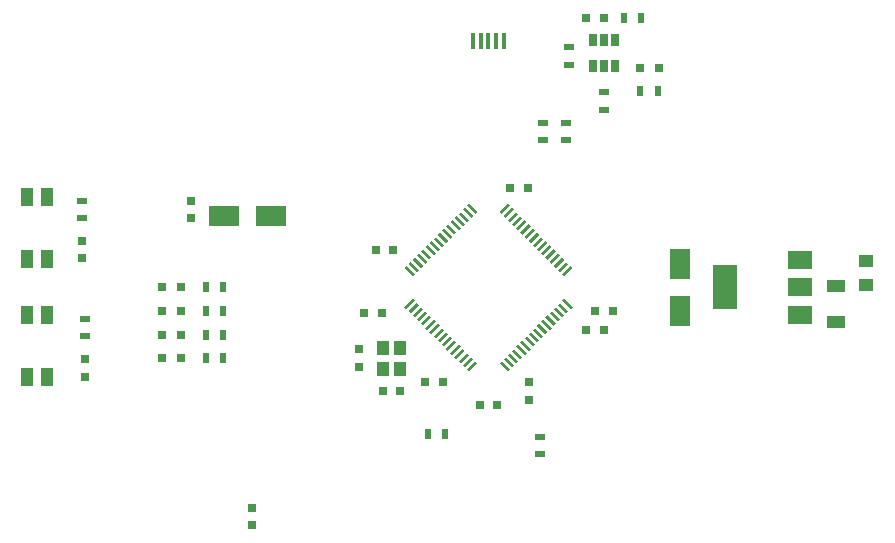
<source format=gtp>
G04 #@! TF.FileFunction,Paste,Top*
%FSLAX46Y46*%
G04 Gerber Fmt 4.6, Leading zero omitted, Abs format (unit mm)*
G04 Created by KiCad (PCBNEW 4.0.7) date Tue Jan 16 16:57:22 2018*
%MOMM*%
%LPD*%
G01*
G04 APERTURE LIST*
%ADD10C,0.100000*%
%ADD11R,1.250000X1.000000*%
%ADD12R,1.600000X1.000000*%
%ADD13R,0.800000X0.750000*%
%ADD14R,0.750000X0.800000*%
%ADD15R,0.800000X0.800000*%
%ADD16R,1.800000X2.500000*%
%ADD17R,2.500000X1.800000*%
%ADD18R,0.900000X0.500000*%
%ADD19R,0.400000X1.350000*%
%ADD20R,0.500000X0.900000*%
%ADD21R,1.000000X1.550000*%
%ADD22R,2.000000X3.800000*%
%ADD23R,2.000000X1.500000*%
%ADD24R,0.650000X1.060000*%
%ADD25R,1.000000X1.150000*%
G04 APERTURE END LIST*
D10*
D11*
X122000000Y-72800000D03*
X122000000Y-74800000D03*
D12*
X119400000Y-74900000D03*
X119400000Y-77900000D03*
D13*
X99750000Y-52200000D03*
X98250000Y-52200000D03*
D14*
X64800000Y-67650000D03*
X64800000Y-69150000D03*
X79000000Y-81750000D03*
X79000000Y-80250000D03*
D13*
X81050000Y-83800000D03*
X82550000Y-83800000D03*
D14*
X55600000Y-72550000D03*
X55600000Y-71050000D03*
X55800000Y-82550000D03*
X55800000Y-81050000D03*
D13*
X99750000Y-78600000D03*
X98250000Y-78600000D03*
X84650000Y-83000000D03*
X86150000Y-83000000D03*
X79450000Y-77200000D03*
X80950000Y-77200000D03*
X81950000Y-71800000D03*
X80450000Y-71800000D03*
X100550000Y-77000000D03*
X99050000Y-77000000D03*
X93350000Y-66600000D03*
X91850000Y-66600000D03*
D14*
X93400000Y-84550000D03*
X93400000Y-83050000D03*
D15*
X62400000Y-81000000D03*
X64000000Y-81000000D03*
X62400000Y-75000000D03*
X64000000Y-75000000D03*
X62400000Y-77000000D03*
X64000000Y-77000000D03*
X62400000Y-79000000D03*
X64000000Y-79000000D03*
D16*
X106200000Y-77000000D03*
X106200000Y-73000000D03*
D15*
X104400000Y-56400000D03*
X102800000Y-56400000D03*
D17*
X71600000Y-69000000D03*
X67600000Y-69000000D03*
D18*
X99800000Y-58450000D03*
X99800000Y-59950000D03*
D19*
X91300000Y-54150000D03*
X90650000Y-54150000D03*
X90000000Y-54150000D03*
X89350000Y-54150000D03*
X88700000Y-54150000D03*
D20*
X67550000Y-81000000D03*
X66050000Y-81000000D03*
X67550000Y-75000000D03*
X66050000Y-75000000D03*
X67550000Y-77000000D03*
X66050000Y-77000000D03*
X67550000Y-79000000D03*
X66050000Y-79000000D03*
D18*
X96600000Y-61050000D03*
X96600000Y-62550000D03*
X94600000Y-61050000D03*
X94600000Y-62550000D03*
D20*
X102950000Y-52200000D03*
X101450000Y-52200000D03*
D18*
X96800000Y-54650000D03*
X96800000Y-56150000D03*
D20*
X102850000Y-58400000D03*
X104350000Y-58400000D03*
X84850000Y-87400000D03*
X86350000Y-87400000D03*
D18*
X94400000Y-89150000D03*
X94400000Y-87650000D03*
X55600000Y-67650000D03*
X55600000Y-69150000D03*
X55800000Y-79150000D03*
X55800000Y-77650000D03*
D21*
X52650000Y-67375000D03*
X52650000Y-72625000D03*
X50950000Y-72625000D03*
X50950000Y-67375000D03*
X52650000Y-77375000D03*
X52650000Y-82625000D03*
X50950000Y-82625000D03*
X50950000Y-77375000D03*
D22*
X110050000Y-75000000D03*
D23*
X116350000Y-75000000D03*
X116350000Y-72700000D03*
X116350000Y-77300000D03*
D24*
X98850000Y-56300000D03*
X99800000Y-56300000D03*
X100750000Y-56300000D03*
X100750000Y-54100000D03*
X98850000Y-54100000D03*
X99800000Y-54100000D03*
D10*
G36*
X83052676Y-76820800D02*
X82875899Y-76644023D01*
X83583006Y-75936916D01*
X83759783Y-76113693D01*
X83052676Y-76820800D01*
X83052676Y-76820800D01*
G37*
G36*
X83406229Y-77174354D02*
X83229452Y-76997577D01*
X83936559Y-76290470D01*
X84113336Y-76467247D01*
X83406229Y-77174354D01*
X83406229Y-77174354D01*
G37*
G36*
X83759783Y-77527907D02*
X83583006Y-77351130D01*
X84290113Y-76644023D01*
X84466890Y-76820800D01*
X83759783Y-77527907D01*
X83759783Y-77527907D01*
G37*
G36*
X84113336Y-77881460D02*
X83936559Y-77704683D01*
X84643666Y-76997576D01*
X84820443Y-77174353D01*
X84113336Y-77881460D01*
X84113336Y-77881460D01*
G37*
G36*
X84466889Y-78235014D02*
X84290112Y-78058237D01*
X84997219Y-77351130D01*
X85173996Y-77527907D01*
X84466889Y-78235014D01*
X84466889Y-78235014D01*
G37*
G36*
X84820443Y-78588567D02*
X84643666Y-78411790D01*
X85350773Y-77704683D01*
X85527550Y-77881460D01*
X84820443Y-78588567D01*
X84820443Y-78588567D01*
G37*
G36*
X85173996Y-78942121D02*
X84997219Y-78765344D01*
X85704326Y-78058237D01*
X85881103Y-78235014D01*
X85173996Y-78942121D01*
X85173996Y-78942121D01*
G37*
G36*
X85527550Y-79295674D02*
X85350773Y-79118897D01*
X86057880Y-78411790D01*
X86234657Y-78588567D01*
X85527550Y-79295674D01*
X85527550Y-79295674D01*
G37*
G36*
X85881103Y-79649227D02*
X85704326Y-79472450D01*
X86411433Y-78765343D01*
X86588210Y-78942120D01*
X85881103Y-79649227D01*
X85881103Y-79649227D01*
G37*
G36*
X86234656Y-80002781D02*
X86057879Y-79826004D01*
X86764986Y-79118897D01*
X86941763Y-79295674D01*
X86234656Y-80002781D01*
X86234656Y-80002781D01*
G37*
G36*
X86588210Y-80356334D02*
X86411433Y-80179557D01*
X87118540Y-79472450D01*
X87295317Y-79649227D01*
X86588210Y-80356334D01*
X86588210Y-80356334D01*
G37*
G36*
X86941763Y-80709888D02*
X86764986Y-80533111D01*
X87472093Y-79826004D01*
X87648870Y-80002781D01*
X86941763Y-80709888D01*
X86941763Y-80709888D01*
G37*
G36*
X87295317Y-81063441D02*
X87118540Y-80886664D01*
X87825647Y-80179557D01*
X88002424Y-80356334D01*
X87295317Y-81063441D01*
X87295317Y-81063441D01*
G37*
G36*
X87648870Y-81416994D02*
X87472093Y-81240217D01*
X88179200Y-80533110D01*
X88355977Y-80709887D01*
X87648870Y-81416994D01*
X87648870Y-81416994D01*
G37*
G36*
X88002423Y-81770548D02*
X87825646Y-81593771D01*
X88532753Y-80886664D01*
X88709530Y-81063441D01*
X88002423Y-81770548D01*
X88002423Y-81770548D01*
G37*
G36*
X88355977Y-82124101D02*
X88179200Y-81947324D01*
X88886307Y-81240217D01*
X89063084Y-81416994D01*
X88355977Y-82124101D01*
X88355977Y-82124101D01*
G37*
G36*
X91820800Y-81947324D02*
X91644023Y-82124101D01*
X90936916Y-81416994D01*
X91113693Y-81240217D01*
X91820800Y-81947324D01*
X91820800Y-81947324D01*
G37*
G36*
X92174354Y-81593771D02*
X91997577Y-81770548D01*
X91290470Y-81063441D01*
X91467247Y-80886664D01*
X92174354Y-81593771D01*
X92174354Y-81593771D01*
G37*
G36*
X92527907Y-81240217D02*
X92351130Y-81416994D01*
X91644023Y-80709887D01*
X91820800Y-80533110D01*
X92527907Y-81240217D01*
X92527907Y-81240217D01*
G37*
G36*
X92881460Y-80886664D02*
X92704683Y-81063441D01*
X91997576Y-80356334D01*
X92174353Y-80179557D01*
X92881460Y-80886664D01*
X92881460Y-80886664D01*
G37*
G36*
X93235014Y-80533111D02*
X93058237Y-80709888D01*
X92351130Y-80002781D01*
X92527907Y-79826004D01*
X93235014Y-80533111D01*
X93235014Y-80533111D01*
G37*
G36*
X93588567Y-80179557D02*
X93411790Y-80356334D01*
X92704683Y-79649227D01*
X92881460Y-79472450D01*
X93588567Y-80179557D01*
X93588567Y-80179557D01*
G37*
G36*
X93942121Y-79826004D02*
X93765344Y-80002781D01*
X93058237Y-79295674D01*
X93235014Y-79118897D01*
X93942121Y-79826004D01*
X93942121Y-79826004D01*
G37*
G36*
X94295674Y-79472450D02*
X94118897Y-79649227D01*
X93411790Y-78942120D01*
X93588567Y-78765343D01*
X94295674Y-79472450D01*
X94295674Y-79472450D01*
G37*
G36*
X94649227Y-79118897D02*
X94472450Y-79295674D01*
X93765343Y-78588567D01*
X93942120Y-78411790D01*
X94649227Y-79118897D01*
X94649227Y-79118897D01*
G37*
G36*
X95002781Y-78765344D02*
X94826004Y-78942121D01*
X94118897Y-78235014D01*
X94295674Y-78058237D01*
X95002781Y-78765344D01*
X95002781Y-78765344D01*
G37*
G36*
X95356334Y-78411790D02*
X95179557Y-78588567D01*
X94472450Y-77881460D01*
X94649227Y-77704683D01*
X95356334Y-78411790D01*
X95356334Y-78411790D01*
G37*
G36*
X95709888Y-78058237D02*
X95533111Y-78235014D01*
X94826004Y-77527907D01*
X95002781Y-77351130D01*
X95709888Y-78058237D01*
X95709888Y-78058237D01*
G37*
G36*
X96063441Y-77704683D02*
X95886664Y-77881460D01*
X95179557Y-77174353D01*
X95356334Y-76997576D01*
X96063441Y-77704683D01*
X96063441Y-77704683D01*
G37*
G36*
X96416994Y-77351130D02*
X96240217Y-77527907D01*
X95533110Y-76820800D01*
X95709887Y-76644023D01*
X96416994Y-77351130D01*
X96416994Y-77351130D01*
G37*
G36*
X96770548Y-76997577D02*
X96593771Y-77174354D01*
X95886664Y-76467247D01*
X96063441Y-76290470D01*
X96770548Y-76997577D01*
X96770548Y-76997577D01*
G37*
G36*
X97124101Y-76644023D02*
X96947324Y-76820800D01*
X96240217Y-76113693D01*
X96416994Y-75936916D01*
X97124101Y-76644023D01*
X97124101Y-76644023D01*
G37*
G36*
X96416994Y-74063084D02*
X96240217Y-73886307D01*
X96947324Y-73179200D01*
X97124101Y-73355977D01*
X96416994Y-74063084D01*
X96416994Y-74063084D01*
G37*
G36*
X96063441Y-73709530D02*
X95886664Y-73532753D01*
X96593771Y-72825646D01*
X96770548Y-73002423D01*
X96063441Y-73709530D01*
X96063441Y-73709530D01*
G37*
G36*
X95709887Y-73355977D02*
X95533110Y-73179200D01*
X96240217Y-72472093D01*
X96416994Y-72648870D01*
X95709887Y-73355977D01*
X95709887Y-73355977D01*
G37*
G36*
X95356334Y-73002424D02*
X95179557Y-72825647D01*
X95886664Y-72118540D01*
X96063441Y-72295317D01*
X95356334Y-73002424D01*
X95356334Y-73002424D01*
G37*
G36*
X95002781Y-72648870D02*
X94826004Y-72472093D01*
X95533111Y-71764986D01*
X95709888Y-71941763D01*
X95002781Y-72648870D01*
X95002781Y-72648870D01*
G37*
G36*
X94649227Y-72295317D02*
X94472450Y-72118540D01*
X95179557Y-71411433D01*
X95356334Y-71588210D01*
X94649227Y-72295317D01*
X94649227Y-72295317D01*
G37*
G36*
X94295674Y-71941763D02*
X94118897Y-71764986D01*
X94826004Y-71057879D01*
X95002781Y-71234656D01*
X94295674Y-71941763D01*
X94295674Y-71941763D01*
G37*
G36*
X93942120Y-71588210D02*
X93765343Y-71411433D01*
X94472450Y-70704326D01*
X94649227Y-70881103D01*
X93942120Y-71588210D01*
X93942120Y-71588210D01*
G37*
G36*
X93588567Y-71234657D02*
X93411790Y-71057880D01*
X94118897Y-70350773D01*
X94295674Y-70527550D01*
X93588567Y-71234657D01*
X93588567Y-71234657D01*
G37*
G36*
X93235014Y-70881103D02*
X93058237Y-70704326D01*
X93765344Y-69997219D01*
X93942121Y-70173996D01*
X93235014Y-70881103D01*
X93235014Y-70881103D01*
G37*
G36*
X92881460Y-70527550D02*
X92704683Y-70350773D01*
X93411790Y-69643666D01*
X93588567Y-69820443D01*
X92881460Y-70527550D01*
X92881460Y-70527550D01*
G37*
G36*
X92527907Y-70173996D02*
X92351130Y-69997219D01*
X93058237Y-69290112D01*
X93235014Y-69466889D01*
X92527907Y-70173996D01*
X92527907Y-70173996D01*
G37*
G36*
X92174353Y-69820443D02*
X91997576Y-69643666D01*
X92704683Y-68936559D01*
X92881460Y-69113336D01*
X92174353Y-69820443D01*
X92174353Y-69820443D01*
G37*
G36*
X91820800Y-69466890D02*
X91644023Y-69290113D01*
X92351130Y-68583006D01*
X92527907Y-68759783D01*
X91820800Y-69466890D01*
X91820800Y-69466890D01*
G37*
G36*
X91467247Y-69113336D02*
X91290470Y-68936559D01*
X91997577Y-68229452D01*
X92174354Y-68406229D01*
X91467247Y-69113336D01*
X91467247Y-69113336D01*
G37*
G36*
X91113693Y-68759783D02*
X90936916Y-68583006D01*
X91644023Y-67875899D01*
X91820800Y-68052676D01*
X91113693Y-68759783D01*
X91113693Y-68759783D01*
G37*
G36*
X89063084Y-68583006D02*
X88886307Y-68759783D01*
X88179200Y-68052676D01*
X88355977Y-67875899D01*
X89063084Y-68583006D01*
X89063084Y-68583006D01*
G37*
G36*
X88709530Y-68936559D02*
X88532753Y-69113336D01*
X87825646Y-68406229D01*
X88002423Y-68229452D01*
X88709530Y-68936559D01*
X88709530Y-68936559D01*
G37*
G36*
X88355977Y-69290113D02*
X88179200Y-69466890D01*
X87472093Y-68759783D01*
X87648870Y-68583006D01*
X88355977Y-69290113D01*
X88355977Y-69290113D01*
G37*
G36*
X88002424Y-69643666D02*
X87825647Y-69820443D01*
X87118540Y-69113336D01*
X87295317Y-68936559D01*
X88002424Y-69643666D01*
X88002424Y-69643666D01*
G37*
G36*
X87648870Y-69997219D02*
X87472093Y-70173996D01*
X86764986Y-69466889D01*
X86941763Y-69290112D01*
X87648870Y-69997219D01*
X87648870Y-69997219D01*
G37*
G36*
X87295317Y-70350773D02*
X87118540Y-70527550D01*
X86411433Y-69820443D01*
X86588210Y-69643666D01*
X87295317Y-70350773D01*
X87295317Y-70350773D01*
G37*
G36*
X86941763Y-70704326D02*
X86764986Y-70881103D01*
X86057879Y-70173996D01*
X86234656Y-69997219D01*
X86941763Y-70704326D01*
X86941763Y-70704326D01*
G37*
G36*
X86588210Y-71057880D02*
X86411433Y-71234657D01*
X85704326Y-70527550D01*
X85881103Y-70350773D01*
X86588210Y-71057880D01*
X86588210Y-71057880D01*
G37*
G36*
X86234657Y-71411433D02*
X86057880Y-71588210D01*
X85350773Y-70881103D01*
X85527550Y-70704326D01*
X86234657Y-71411433D01*
X86234657Y-71411433D01*
G37*
G36*
X85881103Y-71764986D02*
X85704326Y-71941763D01*
X84997219Y-71234656D01*
X85173996Y-71057879D01*
X85881103Y-71764986D01*
X85881103Y-71764986D01*
G37*
G36*
X85527550Y-72118540D02*
X85350773Y-72295317D01*
X84643666Y-71588210D01*
X84820443Y-71411433D01*
X85527550Y-72118540D01*
X85527550Y-72118540D01*
G37*
G36*
X85173996Y-72472093D02*
X84997219Y-72648870D01*
X84290112Y-71941763D01*
X84466889Y-71764986D01*
X85173996Y-72472093D01*
X85173996Y-72472093D01*
G37*
G36*
X84820443Y-72825647D02*
X84643666Y-73002424D01*
X83936559Y-72295317D01*
X84113336Y-72118540D01*
X84820443Y-72825647D01*
X84820443Y-72825647D01*
G37*
G36*
X84466890Y-73179200D02*
X84290113Y-73355977D01*
X83583006Y-72648870D01*
X83759783Y-72472093D01*
X84466890Y-73179200D01*
X84466890Y-73179200D01*
G37*
G36*
X84113336Y-73532753D02*
X83936559Y-73709530D01*
X83229452Y-73002423D01*
X83406229Y-72825646D01*
X84113336Y-73532753D01*
X84113336Y-73532753D01*
G37*
G36*
X83759783Y-73886307D02*
X83583006Y-74063084D01*
X82875899Y-73355977D01*
X83052676Y-73179200D01*
X83759783Y-73886307D01*
X83759783Y-73886307D01*
G37*
D25*
X81100000Y-80125000D03*
X81100000Y-81875000D03*
X82500000Y-81875000D03*
X82500000Y-80125000D03*
D13*
X90750000Y-85000000D03*
X89250000Y-85000000D03*
D14*
X70000000Y-93650000D03*
X70000000Y-95150000D03*
M02*

</source>
